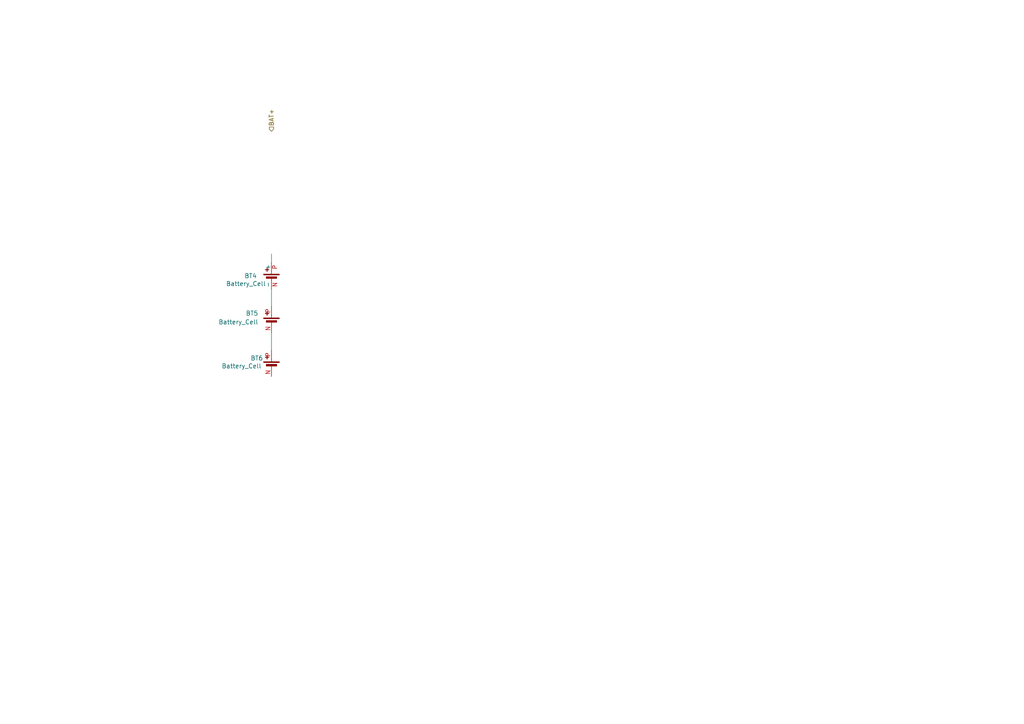
<source format=kicad_sch>
(kicad_sch (version 20250114) (generator "eeschema") (generator_version "9.0")
  (paper "A4")
  (lib_symbols
    (symbol "Battery_Cell_1" (pin_names (offset 0))
      (property "Reference" "BT1" (at 3.81 3.1116 0))
      (property "Value" "Battery_Cell" (at 3.81 0.5716 0))
      (symbol "Battery_Cell_1_0_1"
        (rectangle (start -2.286 1.778) (end 2.286 1.524) (fill (type outline)))
        (rectangle (start -1.524 1.016) (end 1.524 0.508) (fill (type outline)))
        (polyline (pts (xy 0 1.778) (xy 0 2.54)))
        (polyline (pts (xy 0 0.762) (xy 0 0)))
        (polyline (pts (xy 0.762 3.048) (xy 1.778 3.048)) (stroke (width 0.254)))
        (polyline (pts (xy 1.27 3.556) (xy 1.27 2.54)) (stroke (width 0.254)))
      )
      (symbol "Battery_Cell_1_1_1"
        (pin passive line (at 0 5.08 270) (length 2.54) (name "+") (number "P"))
        (pin passive line (at 0 -2.54 90) (length 2.54) (name "-") (number "N"))
      )
    )
    (symbol "Battery_Cell_2" (pin_names (offset 0) (hide yes))
      (property "Reference" "BT2" (at 3.81 3.1116 0))
      (property "Value" "Battery_Cell" (at 3.81 0.5716 0))
      (symbol "Battery_Cell_2_0_1"
        (rectangle (start -2.286 1.778) (end 2.286 1.524) (fill (type outline)))
        (rectangle (start -1.524 1.016) (end 1.524 0.508) (fill (type outline)))
        (polyline (pts (xy 0 1.778) (xy 0 2.54)))
        (polyline (pts (xy 0 0.762) (xy 0 0)))
        (polyline (pts (xy 0.762 3.048) (xy 1.778 3.048)) (stroke (width 0.254)))
        (polyline (pts (xy 1.27 3.556) (xy 1.27 2.54)) (stroke (width 0.254)))
      )
      (symbol "Battery_Cell_2_1_1"
        (pin passive line (at 0 5.08 270) (length 2.54) (name "+") (number "P"))
        (pin passive line (at 0 -2.54 90) (length 2.54) (name "-") (number "N"))
      )
    )
    (symbol "Device:Battery_Cell" (pin_names (offset 0) (hide yes))
      (property "Reference" "BT3" (at 3.81 3.1116 0))
      (property "Value" "Battery_Cell" (at 3.81 0.5716 0))
      (symbol "Battery_Cell_0_1"
        (rectangle (start -2.286 1.778) (end 2.286 1.524) (fill (type outline)))
        (rectangle (start -1.524 1.016) (end 1.524 0.508) (fill (type outline)))
        (polyline (pts (xy 0 1.778) (xy 0 2.54)))
        (polyline (pts (xy 0 0.762) (xy 0 0)))
        (polyline (pts (xy 0.762 3.048) (xy 1.778 3.048)) (stroke (width 0.254)))
        (polyline (pts (xy 1.27 3.556) (xy 1.27 2.54)) (stroke (width 0.254)))
      )
      (symbol "Battery_Cell_1_1"
        (pin passive line (at 0 5.08 270) (length 2.54) (name "+") (number "P"))
        (pin passive line (at 0 -2.54 90) (length 2.54) (name "-") (number "N"))
      )
    )
  )
  (wire (pts (xy 78.74 73.66) (xy 78.74 76.2)))
  (wire (pts (xy 78.74 96.52) (xy 78.74 101.6)))
  (wire (pts (xy 78.74 83.82) (xy 78.74 88.9)))
  (hierarchical_label "BAT+" (shape input) (at 78.74 38.1 90))
  (symbol (lib_name "Battery_Cell_2") (lib_id "Device:Battery_Cell") (at 78.74 93.98 0) (mirror y) (unit 1)
    (property "Reference" "BT5" (at 74.93 90.8684 0) (effects (justify left)))
    (property "Value" "Battery_Cell" (at 74.93 93.4084 0) (effects (justify left)))
    (property "Footprint" "Inductor Wuerth:BAT_1043" (effects (hide yes)))
    (property "Datasheet" "https://www.mouser.de/datasheet/2/215/1043-745411.pdf" (effects (hide yes)))
    (property "Description" "Single-cell battery" (effects (hide yes)))
  )
  (symbol (lib_id "Device:Battery_Cell") (at 78.74 106.68 0) (mirror y) (unit 1)
    (property "Reference" "BT6" (at 72.644 103.886 0) (effects (justify right)))
    (property "Value" "Battery_Cell" (at 64.262 106.172 0) (effects (justify right)))
    (property "Footprint" "Inductor Wuerth:BAT_1043" (effects (hide yes)))
    (property "Datasheet" "https://www.mouser.de/datasheet/2/215/1043-745411.pdf" (effects (hide yes)))
    (property "Description" "Single-cell battery" (effects (hide yes)))
  )
  (symbol (lib_name "Battery_Cell_1") (lib_id "Device:Battery_Cell") (at 78.74 81.28 0) (mirror y) (unit 1)
    (property "Reference" "BT4" (at 70.866 80.01 0) (effects (justify right)))
    (property "Value" "Battery_Cell" (at 65.532 82.296 0) (effects (justify right)))
    (property "Footprint" "Inductor Wuerth:BAT_1043" (effects (hide yes)))
    (property "Datasheet" "https://www.mouser.de/datasheet/2/215/1043-745411.pdf" (effects (hide yes)))
    (property "Description" "Single-cell battery" (effects (hide yes)))
  )
)
</source>
